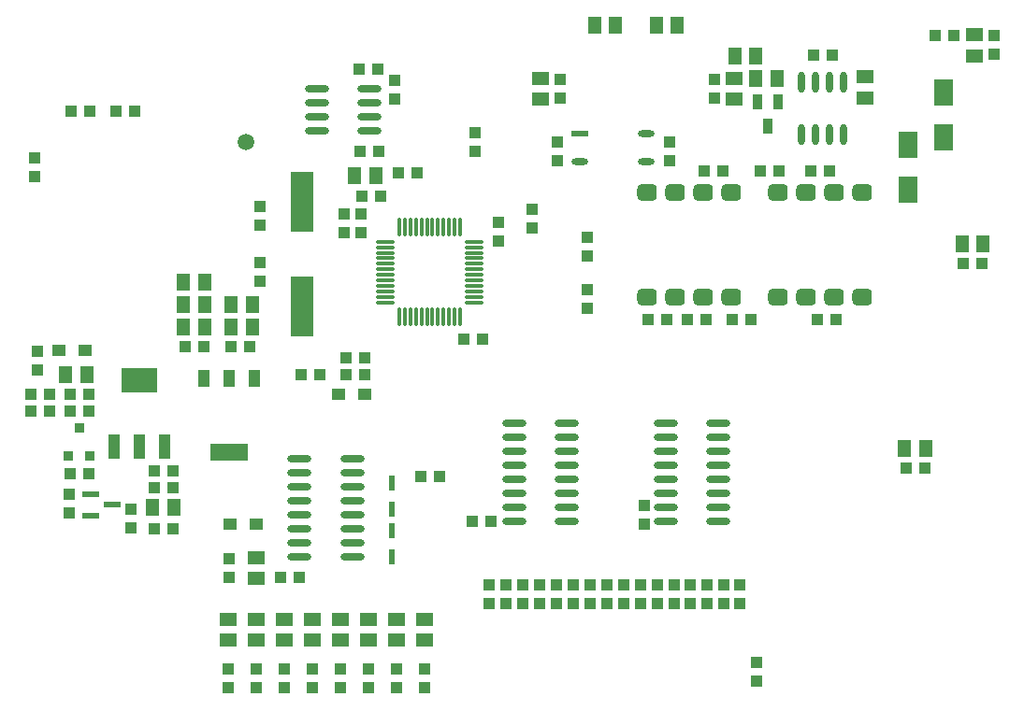
<source format=gtp>
%FSDAX23Y23*%
%MOIN*%
%SFA1B1*%

%IPPOS*%
%AMD14*
4,1,8,0.035000,-0.014900,0.035000,0.014900,0.020000,0.029900,-0.020000,0.029900,-0.035000,0.014900,-0.035000,-0.014900,-0.020000,-0.029900,0.020000,-0.029900,0.035000,-0.014900,0.0*
1,1,0.030000,0.020000,-0.014900*
1,1,0.030000,0.020000,0.014900*
1,1,0.030000,-0.020000,0.014900*
1,1,0.030000,-0.020000,-0.014900*
%
%ADD10R,0.045300X0.039400*%
%ADD11O,0.086600X0.023600*%
%ADD12R,0.039400X0.043300*%
%ADD13R,0.043300X0.039400*%
G04~CAMADD=14~8~0.0~0.0~598.0~701.0~150.0~0.0~15~0.0~0.0~0.0~0.0~0~0.0~0.0~0.0~0.0~0~0.0~0.0~0.0~270.0~700.0~597.0*
%ADD14D14*%
%ADD15R,0.051200X0.059100*%
%ADD16R,0.059100X0.051200*%
%ADD17R,0.070900X0.094500*%
%ADD18R,0.035400X0.037400*%
%ADD19R,0.035400X0.037400*%
%ADD20R,0.129900X0.086600*%
%ADD21R,0.039400X0.086600*%
%ADD22R,0.043300X0.061000*%
%ADD23R,0.043300X0.061000*%
%ADD24R,0.135800X0.061000*%
%ADD25R,0.059100X0.023600*%
%ADD26O,0.023600X0.074800*%
%ADD27R,0.035400X0.055100*%
%ADD28R,0.035400X0.055100*%
%ADD29O,0.070900X0.011800*%
%ADD30O,0.011800X0.070900*%
%ADD31R,0.059100X0.023600*%
%ADD32O,0.059100X0.023600*%
%ADD33R,0.021700X0.057100*%
%ADD34R,0.078700X0.216500*%
%ADD35C,0.059100*%
%LNde-110817-1*%
%LPD*%
G54D10*
X02111Y01825D03*
X02018D03*
X01501Y02445D03*
X01408D03*
X02496Y02290D03*
X02403D03*
G54D11*
X03759Y01835D03*
Y01885D03*
Y01935D03*
Y01985D03*
Y02035D03*
Y02085D03*
Y02135D03*
Y02185D03*
X03570Y01835D03*
Y01885D03*
Y01935D03*
Y01985D03*
Y02035D03*
Y02085D03*
Y02135D03*
Y02185D03*
X02454Y01710D03*
Y01760D03*
Y01810D03*
Y01860D03*
Y01910D03*
Y01960D03*
Y02010D03*
Y02060D03*
X02265Y01710D03*
Y01760D03*
Y01810D03*
Y01860D03*
Y01910D03*
Y01960D03*
Y02010D03*
Y02060D03*
X02515Y03230D03*
Y03280D03*
Y03330D03*
Y03380D03*
X02326Y03230D03*
Y03280D03*
Y03330D03*
Y03380D03*
X03219Y01835D03*
Y01885D03*
Y01935D03*
Y01985D03*
Y02035D03*
Y02085D03*
Y02135D03*
Y02185D03*
X03030Y01835D03*
Y01885D03*
Y01935D03*
Y01985D03*
Y02035D03*
Y02085D03*
Y02135D03*
Y02185D03*
G54D12*
X03495Y01893D03*
Y01826D03*
X02015Y01636D03*
Y01703D03*
X01330Y02376D03*
Y02443D03*
X01445Y01933D03*
Y01866D03*
X03895Y01333D03*
Y01266D03*
X02940Y01608D03*
Y01541D03*
X03000Y01608D03*
Y01541D03*
X02010Y01241D03*
Y01308D03*
X03060Y01608D03*
Y01541D03*
X02110Y01241D03*
Y01308D03*
X03120Y01608D03*
Y01541D03*
X02210Y01241D03*
Y01308D03*
X03180Y01608D03*
Y01541D03*
X02310Y01241D03*
Y01308D03*
X03240Y01608D03*
Y01541D03*
X02410Y01241D03*
Y01308D03*
X03300Y01608D03*
Y01541D03*
X02510Y01241D03*
Y01308D03*
X03360Y01608D03*
Y01541D03*
X02610Y01241D03*
Y01308D03*
X02710Y01241D03*
Y01308D03*
X01320Y03133D03*
Y03066D03*
X03420Y01608D03*
Y01541D03*
X03480Y01608D03*
Y01541D03*
X03540Y01608D03*
Y01541D03*
X03600Y01608D03*
Y01541D03*
X03658Y01608D03*
Y01541D03*
X03717Y01608D03*
Y01541D03*
X03776Y01608D03*
Y01541D03*
X03835Y01608D03*
Y01541D03*
X01665Y01878D03*
Y01811D03*
X02890Y03156D03*
Y03223D03*
X03585Y03188D03*
Y03121D03*
X02125Y02758D03*
Y02691D03*
Y02891D03*
Y02958D03*
X02605Y03341D03*
Y03408D03*
X02485Y02933D03*
Y02866D03*
X02425D03*
Y02933D03*
X02975Y02836D03*
Y02903D03*
X03290Y02596D03*
Y02663D03*
X03095Y02948D03*
Y02881D03*
X03290Y02848D03*
Y02781D03*
X03745Y03413D03*
Y03346D03*
X03195Y03413D03*
Y03346D03*
X03185Y03188D03*
Y03121D03*
X04740Y03568D03*
Y03501D03*
G54D13*
X02881Y01835D03*
X02948D03*
X04698Y02755D03*
X04631D03*
X04493Y02025D03*
X04426D03*
X01923Y02460D03*
X01856D03*
X02021D03*
X02088D03*
X01678Y03300D03*
X01611D03*
X01451D03*
X01518D03*
X02196Y01635D03*
X02263D03*
X01306Y02230D03*
X01373D03*
X01446Y02290D03*
X01513D03*
X01746Y01955D03*
X01813D03*
X01306Y02290D03*
X01373D03*
X01513Y02230D03*
X01446D03*
X01513Y02005D03*
X01446D03*
X01813Y02015D03*
X01746D03*
X01813Y01810D03*
X01746D03*
X04096Y03500D03*
X04163D03*
X04178Y02555D03*
X04111D03*
X02431Y02360D03*
X02498D03*
X02431Y02420D03*
X02498D03*
X02553Y02995D03*
X02486D03*
X02851Y02485D03*
X02918D03*
X02616Y03080D03*
X02683D03*
X02548Y03155D03*
X02481D03*
X02477Y03450D03*
X02544D03*
X04153Y03085D03*
X04086D03*
X03773D03*
X03706D03*
X03906D03*
X03973D03*
X03873Y02555D03*
X03806D03*
X03646D03*
X03713D03*
X03573D03*
X03506D03*
X02696Y01995D03*
X02763D03*
X02338Y02360D03*
X02271D03*
X04531Y03570D03*
X04598D03*
G54D14*
X03805Y03010D03*
X03705D03*
X03605D03*
X03505D03*
X03805Y02636D03*
X03705D03*
X03605D03*
X03505D03*
X03970Y02635D03*
X04070D03*
X04170D03*
X04270D03*
X03970Y03009D03*
X04070D03*
X04170D03*
X04270D03*
G54D15*
X04702Y02825D03*
X04627D03*
X04497Y02095D03*
X04422D03*
X02022Y02610D03*
X02097D03*
X02022Y02530D03*
X02097D03*
X01927Y02690D03*
X01852D03*
X01927Y02610D03*
X01852D03*
X01927Y02530D03*
X01852D03*
X01432Y02360D03*
X01507D03*
X01742Y01885D03*
X01817D03*
X03892Y03495D03*
X03817D03*
X02537Y03070D03*
X02462D03*
X03892Y03415D03*
X03967D03*
X03392Y03605D03*
X03317D03*
X03612D03*
X03537D03*
G54D16*
X02110Y01632D03*
Y01707D03*
X02210Y01487D03*
Y01412D03*
X02110Y01487D03*
Y01412D03*
X02010Y01487D03*
Y01412D03*
X02310Y01487D03*
Y01412D03*
X02510Y01487D03*
Y01412D03*
X02610Y01487D03*
Y01412D03*
X02710Y01487D03*
Y01412D03*
X02410Y01487D03*
Y01412D03*
X03815Y03417D03*
Y03342D03*
X03125Y03417D03*
Y03342D03*
X04280Y03347D03*
Y03422D03*
X04670Y03572D03*
Y03497D03*
G54D17*
X04560Y03365D03*
Y03204D03*
X04435Y03180D03*
Y03019D03*
G54D18*
X01480Y02169D03*
X01442Y02070D03*
G54D19*
X01517Y02070D03*
G54D20*
X01694Y02338D03*
G54D21*
X01784Y02101D03*
X01694D03*
X01603D03*
G54D22*
X02105Y02347D03*
G54D23*
X02015Y02347D03*
X01924D03*
G54D24*
X02015Y02082D03*
G54D25*
X01597Y01895D03*
X01522Y01857D03*
Y01932D03*
G54D26*
X04205Y03402D03*
X04155D03*
X04105D03*
X04055D03*
X04205Y03217D03*
X04155D03*
X04105D03*
X04055D03*
G54D27*
X03935Y03247D03*
X03972Y03332D03*
G54D28*
X03897Y03332D03*
G54D29*
X02570Y02833D03*
Y02813D03*
Y02793D03*
Y02774D03*
Y02754D03*
Y02734D03*
Y02715D03*
Y02695D03*
Y02675D03*
Y02656D03*
Y02636D03*
Y02616D03*
X02889D03*
Y02636D03*
Y02656D03*
Y02675D03*
Y02695D03*
Y02715D03*
Y02734D03*
Y02754D03*
Y02774D03*
Y02793D03*
Y02813D03*
Y02833D03*
G54D30*
X02621Y02565D03*
X02641D03*
X02661D03*
X02680D03*
X02700D03*
X02720D03*
X02739D03*
X02759D03*
X02779D03*
X02798D03*
X02818D03*
X02838D03*
Y02884D03*
X02818D03*
X02798D03*
X02779D03*
X02759D03*
X02739D03*
X02720D03*
X02700D03*
X02680D03*
X02661D03*
X02641D03*
X02621D03*
G54D31*
X03265Y03220D03*
G54D32*
X03265Y03120D03*
X03501Y03220D03*
Y03120D03*
G54D33*
X02595Y01801D03*
Y01708D03*
Y01971D03*
Y01878D03*
G54D34*
X02275Y02977D03*
Y02603D03*
G54D35*
X02075Y03190D03*
M02*
</source>
